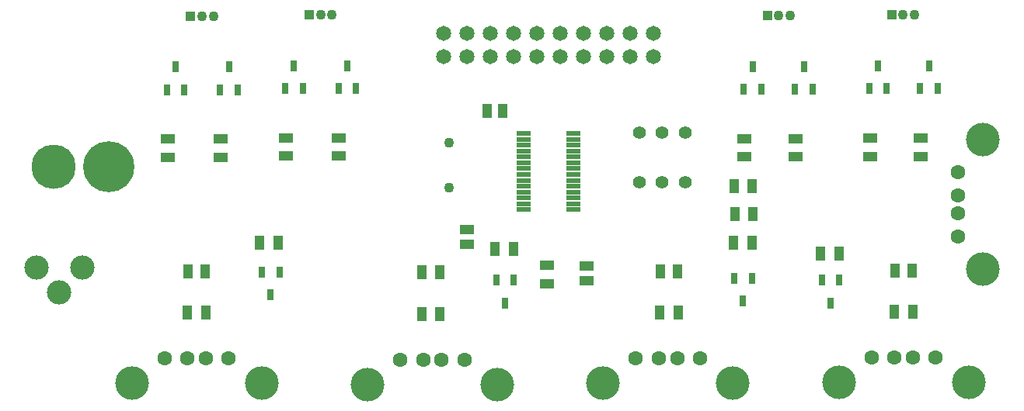
<source format=gbr>
%TF.GenerationSoftware,KiCad,Pcbnew,(5.1.6)-1*%
%TF.CreationDate,2020-10-27T11:33:51-07:00*%
%TF.ProjectId,main,6d61696e-2e6b-4696-9361-645f70636258,rev?*%
%TF.SameCoordinates,Original*%
%TF.FileFunction,Soldermask,Top*%
%TF.FilePolarity,Negative*%
%FSLAX46Y46*%
G04 Gerber Fmt 4.6, Leading zero omitted, Abs format (unit mm)*
G04 Created by KiCad (PCBNEW (5.1.6)-1) date 2020-10-27 11:33:51*
%MOMM*%
%LPD*%
G01*
G04 APERTURE LIST*
%ADD10C,1.100000*%
%ADD11C,1.400000*%
%ADD12R,1.050000X1.500000*%
%ADD13R,1.500000X1.050000*%
%ADD14R,0.700000X1.300000*%
%ADD15R,1.000000X1.500000*%
%ADD16C,3.670000*%
%ADD17C,1.600000*%
%ADD18R,1.100000X1.100000*%
%ADD19C,2.650000*%
%ADD20C,1.650000*%
%ADD21C,4.840000*%
%ADD22C,5.560000*%
%ADD23R,1.625000X0.540000*%
%ADD24R,1.570000X1.070000*%
%ADD25R,1.070000X1.570000*%
G04 APERTURE END LIST*
D10*
%TO.C,Y101*%
X125933200Y-95184900D03*
X125933200Y-100064900D03*
%TD*%
D11*
%TO.C,S101*%
X146674200Y-99474000D03*
X149174200Y-99474000D03*
X151674200Y-99474000D03*
X146674200Y-94074000D03*
X149174200Y-94074000D03*
X151674200Y-94074000D03*
%TD*%
D12*
%TO.C,R902*%
X97450400Y-113715800D03*
X99450400Y-113715800D03*
%TD*%
%TO.C,R901*%
X107299000Y-106093900D03*
X105299000Y-106093900D03*
%TD*%
%TO.C,R802*%
X122968933Y-113830100D03*
X124968933Y-113830100D03*
%TD*%
%TO.C,R801*%
X132978400Y-106718100D03*
X130978400Y-106718100D03*
%TD*%
%TO.C,R702*%
X148919265Y-113715800D03*
X150919265Y-113715800D03*
%TD*%
%TO.C,R701*%
X158988000Y-106108500D03*
X156988000Y-106108500D03*
%TD*%
%TO.C,R602*%
X174501300Y-113626900D03*
X176501300Y-113626900D03*
%TD*%
%TO.C,R601*%
X168462200Y-107238800D03*
X166462200Y-107238800D03*
%TD*%
D13*
%TO.C,R502*%
X177375300Y-94643700D03*
X177375300Y-96643700D03*
%TD*%
%TO.C,R501*%
X171844600Y-94643700D03*
X171844600Y-96643700D03*
%TD*%
%TO.C,R402*%
X163753600Y-94707200D03*
X163753600Y-96707200D03*
%TD*%
%TO.C,R401*%
X158154000Y-94707200D03*
X158154000Y-96707200D03*
%TD*%
%TO.C,R302*%
X113983400Y-94618300D03*
X113983400Y-96618300D03*
%TD*%
%TO.C,R301*%
X108191400Y-94618300D03*
X108191400Y-96618300D03*
%TD*%
%TO.C,R202*%
X101092900Y-94745300D03*
X101092900Y-96745300D03*
%TD*%
%TO.C,R201*%
X95295500Y-94745300D03*
X95295500Y-96745300D03*
%TD*%
D12*
%TO.C,R103*%
X157026100Y-99923600D03*
X159026100Y-99923600D03*
%TD*%
%TO.C,R102*%
X157089600Y-102946200D03*
X159089600Y-102946200D03*
%TD*%
D13*
%TO.C,R101*%
X136601200Y-110524800D03*
X136601200Y-108524800D03*
%TD*%
D14*
%TO.C,Q901*%
X106530400Y-111752700D03*
X105580400Y-109252700D03*
X107480400Y-109252700D03*
%TD*%
%TO.C,Q801*%
X132048933Y-112629000D03*
X131098933Y-110129000D03*
X132998933Y-110129000D03*
%TD*%
%TO.C,Q701*%
X157999265Y-112451200D03*
X157049265Y-109951200D03*
X158949265Y-109951200D03*
%TD*%
%TO.C,Q601*%
X167528500Y-112654400D03*
X166578500Y-110154400D03*
X168478500Y-110154400D03*
%TD*%
%TO.C,Q502*%
X178250700Y-86748300D03*
X179200700Y-89248300D03*
X177300700Y-89248300D03*
%TD*%
%TO.C,Q501*%
X172720000Y-86748300D03*
X173670000Y-89248300D03*
X171770000Y-89248300D03*
%TD*%
%TO.C,Q402*%
X164629000Y-86811800D03*
X165579000Y-89311800D03*
X163679000Y-89311800D03*
%TD*%
%TO.C,Q401*%
X159029400Y-86811800D03*
X159979400Y-89311800D03*
X158079400Y-89311800D03*
%TD*%
%TO.C,Q302*%
X114858800Y-86722900D03*
X115808800Y-89222900D03*
X113908800Y-89222900D03*
%TD*%
%TO.C,Q301*%
X109066800Y-86722900D03*
X110016800Y-89222900D03*
X108116800Y-89222900D03*
%TD*%
%TO.C,Q202*%
X101968300Y-86849900D03*
X102918300Y-89349900D03*
X101018300Y-89349900D03*
%TD*%
%TO.C,Q201*%
X96170900Y-86849900D03*
X97120900Y-89349900D03*
X95220900Y-89349900D03*
%TD*%
D15*
%TO.C,LED901*%
X97500400Y-109169200D03*
X99400400Y-109169200D03*
%TD*%
%TO.C,LED801*%
X123018933Y-109283500D03*
X124918933Y-109283500D03*
%TD*%
%TO.C,LED701*%
X148969265Y-109169200D03*
X150869265Y-109169200D03*
%TD*%
%TO.C,LED601*%
X174551300Y-109080300D03*
X176451300Y-109080300D03*
%TD*%
D16*
%TO.C,J901*%
X105520400Y-121421100D03*
X91380400Y-121421100D03*
D17*
X101950400Y-118711100D03*
X99450400Y-118711100D03*
X97450400Y-118711100D03*
X94950400Y-118711100D03*
%TD*%
D16*
%TO.C,J801*%
X131204033Y-121535400D03*
X117064033Y-121535400D03*
D17*
X127634033Y-118825400D03*
X125134033Y-118825400D03*
X123134033Y-118825400D03*
X120634033Y-118825400D03*
%TD*%
D16*
%TO.C,J701*%
X156887666Y-121421100D03*
X142747666Y-121421100D03*
D17*
X153317666Y-118711100D03*
X150817666Y-118711100D03*
X148817666Y-118711100D03*
X146317666Y-118711100D03*
%TD*%
D16*
%TO.C,J601*%
X182571300Y-121332200D03*
X168431300Y-121332200D03*
D17*
X179001300Y-118622200D03*
X176501300Y-118622200D03*
X174501300Y-118622200D03*
X172001300Y-118622200D03*
%TD*%
D10*
%TO.C,J501*%
X176687800Y-81216500D03*
X175437800Y-81216500D03*
D18*
X174187800Y-81216500D03*
%TD*%
D10*
%TO.C,J401*%
X163155000Y-81280000D03*
X161905000Y-81280000D03*
D18*
X160655000Y-81280000D03*
%TD*%
D10*
%TO.C,J301*%
X113205900Y-81191100D03*
X111955900Y-81191100D03*
D18*
X110705900Y-81191100D03*
%TD*%
D10*
%TO.C,J201*%
X100310000Y-81318100D03*
X99060000Y-81318100D03*
D18*
X97810000Y-81318100D03*
%TD*%
D19*
%TO.C,J104*%
X83472400Y-111500900D03*
X81012400Y-108800900D03*
X86012400Y-108800900D03*
%TD*%
D20*
%TO.C,J103*%
X148196300Y-83210400D03*
X148196300Y-85750400D03*
X145656300Y-83210400D03*
X145656300Y-85750400D03*
X143116300Y-83210400D03*
X143116300Y-85750400D03*
X140576300Y-83210400D03*
X140576300Y-85750400D03*
X138036300Y-83210400D03*
X138036300Y-85750400D03*
X135496300Y-83210400D03*
X135496300Y-85750400D03*
X132956300Y-83210400D03*
X132956300Y-85750400D03*
X130416300Y-83210400D03*
X130416300Y-85750400D03*
X127876300Y-83210400D03*
X127876300Y-85750400D03*
X125336300Y-83210400D03*
X125336300Y-85750400D03*
%TD*%
D16*
%TO.C,J102*%
X184171800Y-94809400D03*
X184171800Y-108949400D03*
D17*
X181461800Y-98379400D03*
X181461800Y-100879400D03*
X181461800Y-102879400D03*
X181461800Y-105379400D03*
%TD*%
D21*
%TO.C,J101*%
X82887300Y-97739200D03*
D22*
X88887300Y-97739200D03*
%TD*%
D23*
%TO.C,IC101*%
X139529100Y-94138000D03*
X139529100Y-94778000D03*
X139529100Y-95418000D03*
X139529100Y-96058000D03*
X139529100Y-96698000D03*
X139529100Y-97338000D03*
X139529100Y-97978000D03*
X139529100Y-98618000D03*
X139529100Y-99258000D03*
X139529100Y-99898000D03*
X139529100Y-100538000D03*
X139529100Y-101178000D03*
X139529100Y-101818000D03*
X139529100Y-102458000D03*
X134105100Y-102458000D03*
X134105100Y-101818000D03*
X134105100Y-101178000D03*
X134105100Y-100538000D03*
X134105100Y-99898000D03*
X134105100Y-99258000D03*
X134105100Y-98618000D03*
X134105100Y-97978000D03*
X134105100Y-97338000D03*
X134105100Y-96698000D03*
X134105100Y-96058000D03*
X134105100Y-95418000D03*
X134105100Y-94778000D03*
X134105100Y-94138000D03*
%TD*%
D24*
%TO.C,C104*%
X140970000Y-108585000D03*
X140970000Y-110245000D03*
%TD*%
D25*
%TO.C,C102*%
X131792400Y-91694000D03*
X130132400Y-91694000D03*
%TD*%
D24*
%TO.C,C101*%
X127876300Y-104618100D03*
X127876300Y-106278100D03*
%TD*%
M02*

</source>
